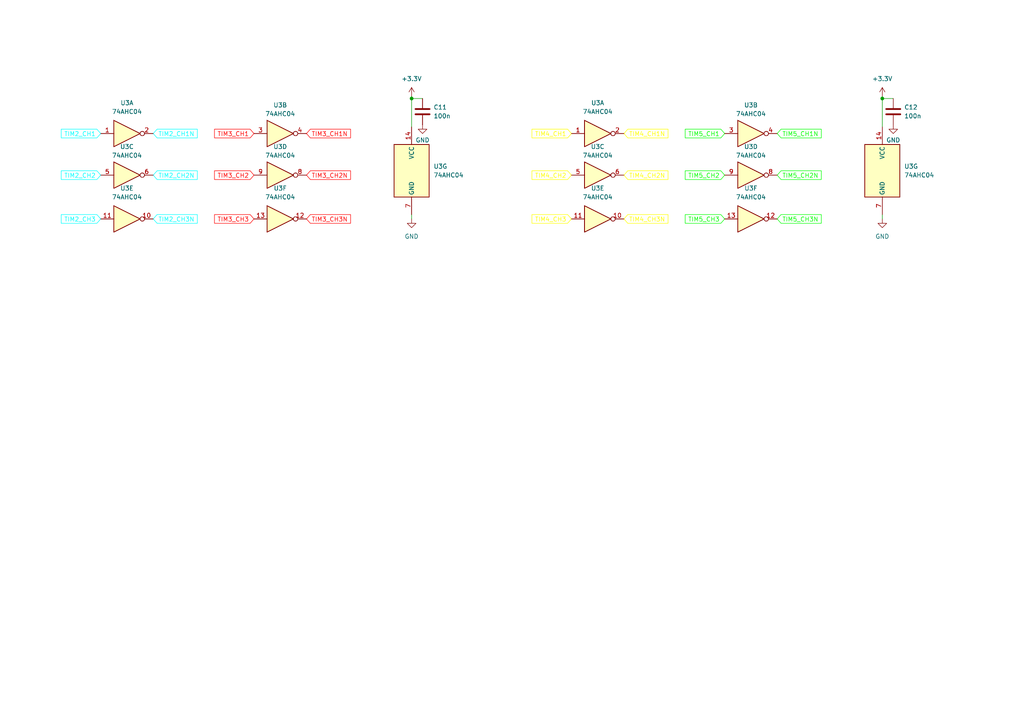
<source format=kicad_sch>
(kicad_sch (version 20230121) (generator eeschema)
  (paper "A4")
  (lib_symbols
    (symbol "74xx:74AHC04"
      (property "Reference" "U" (at 0 1.27 0))
      (property "Value" "74AHC04" (at 0 -1.27 0))
      (symbol "74AHC04_1_0"
        (polyline (pts (xy -3.81 3.81) (xy -3.81 -3.81) (xy 3.81 0) (xy -3.81 3.81)) (stroke (width 0.254)) (fill (type background)))
        (pin input line (at -7.62 0 0) (length 3.81) (name "~") (number "1"))
        (pin output inverted (at 7.62 0 180) (length 3.81) (name "~") (number "2"))
      )
      (symbol "74AHC04_2_0"
        (polyline (pts (xy -3.81 3.81) (xy -3.81 -3.81) (xy 3.81 0) (xy -3.81 3.81)) (stroke (width 0.254)) (fill (type background)))
        (pin input line (at -7.62 0 0) (length 3.81) (name "~") (number "3"))
        (pin output inverted (at 7.62 0 180) (length 3.81) (name "~") (number "4"))
      )
      (symbol "74AHC04_3_0"
        (polyline (pts (xy -3.81 3.81) (xy -3.81 -3.81) (xy 3.81 0) (xy -3.81 3.81)) (stroke (width 0.254)) (fill (type background)))
        (pin input line (at -7.62 0 0) (length 3.81) (name "~") (number "5"))
        (pin output inverted (at 7.62 0 180) (length 3.81) (name "~") (number "6"))
      )
      (symbol "74AHC04_4_0"
        (polyline (pts (xy -3.81 3.81) (xy -3.81 -3.81) (xy 3.81 0) (xy -3.81 3.81)) (stroke (width 0.254)) (fill (type background)))
        (pin output inverted (at 7.62 0 180) (length 3.81) (name "~") (number "8"))
        (pin input line (at -7.62 0 0) (length 3.81) (name "~") (number "9"))
      )
      (symbol "74AHC04_5_0"
        (polyline (pts (xy -3.81 3.81) (xy -3.81 -3.81) (xy 3.81 0) (xy -3.81 3.81)) (stroke (width 0.254)) (fill (type background)))
        (pin output inverted (at 7.62 0 180) (length 3.81) (name "~") (number "10"))
        (pin input line (at -7.62 0 0) (length 3.81) (name "~") (number "11"))
      )
      (symbol "74AHC04_6_0"
        (polyline (pts (xy -3.81 3.81) (xy -3.81 -3.81) (xy 3.81 0) (xy -3.81 3.81)) (stroke (width 0.254)) (fill (type background)))
        (pin output inverted (at 7.62 0 180) (length 3.81) (name "~") (number "12"))
        (pin input line (at -7.62 0 0) (length 3.81) (name "~") (number "13"))
      )
      (symbol "74AHC04_7_0"
        (pin power_in line (at 0 12.7 270) (length 5.08) (name "VCC") (number "14"))
        (pin power_in line (at 0 -12.7 90) (length 5.08) (name "GND") (number "7"))
      )
      (symbol "74AHC04_7_1"
        (rectangle (start -5.08 7.62) (end 5.08 -7.62) (stroke (width 0.254)) (fill (type background)))
      )
    )
    (symbol "Device:C" (pin_numbers hide) (pin_names (offset 0.254))
      (property "Reference" "C" (at 0.635 2.54 0))
      (property "Value" "C" (at 0.635 -2.54 0))
      (symbol "C_0_1"
        (polyline (pts (xy -2.032 -0.762) (xy 2.032 -0.762)) (stroke (width 0.508)))
        (polyline (pts (xy -2.032 0.762) (xy 2.032 0.762)) (stroke (width 0.508)))
      )
      (symbol "C_1_1"
        (pin passive line (at 0 3.81 270) (length 2.794) (name "~") (number "1"))
        (pin passive line (at 0 -3.81 90) (length 2.794) (name "~") (number "2"))
      )
    )
    (symbol "power:+3.3V" (power) (pin_names (offset 0))
      (property "Value" "+3.3V" (at 0 3.556 0))
      (symbol "+3.3V_0_1"
        (polyline (pts (xy -0.762 1.27) (xy 0 2.54)))
        (polyline (pts (xy 0 0) (xy 0 2.54)))
        (polyline (pts (xy 0 2.54) (xy 0.762 1.27)))
      )
      (symbol "+3.3V_1_1"
        (pin power_in line (at 0 0 90) (length 0) hide (name "+3.3V") (number "1"))
      )
    )
    (symbol "power:GND" (power) (pin_names (offset 0))
      (property "Value" "GND" (at 0 -3.81 0))
      (symbol "GND_0_1"
        (polyline (pts (xy 0 0) (xy 0 -1.27) (xy 1.27 -1.27) (xy 0 -2.54) (xy -1.27 -1.27) (xy 0 -1.27)))
      )
      (symbol "GND_1_1"
        (pin power_in line (at 0 0 270) (length 0) hide (name "GND") (number "1"))
      )
    )
  )
  (junction (at 255.905 28.575))
  (junction (at 119.38 28.575))
  (wire (pts (xy 255.905 63.5) (xy 255.905 62.23)))
  (wire (pts (xy 255.905 28.575) (xy 255.905 36.83)))
  (wire (pts (xy 119.38 27.94) (xy 119.38 28.575)))
  (wire (pts (xy 119.38 28.575) (xy 122.555 28.575)))
  (wire (pts (xy 255.905 27.94) (xy 255.905 28.575)))
  (wire (pts (xy 119.38 28.575) (xy 119.38 36.83)))
  (wire (pts (xy 119.38 63.5) (xy 119.38 62.23)))
  (wire (pts (xy 255.905 28.575) (xy 259.08 28.575)))
  (global_label "TIM3_CH3N" (shape input) (at 88.9 63.5 0) (property "Intersheetrefs" "${INTERSHEET_REFS}" (effects hide)))
  (global_label "TIM3_CH3" (shape input) (at 73.66 63.5 180) (property "Intersheetrefs" "${INTERSHEET_REFS}" (effects hide)))
  (global_label "TIM2_CH1N" (shape input) (at 44.45 38.735 0) (property "Intersheetrefs" "${INTERSHEET_REFS}" (effects hide)))
  (global_label "TIM3_CH1" (shape input) (at 73.66 38.735 180) (property "Intersheetrefs" "${INTERSHEET_REFS}" (effects hide)))
  (global_label "TIM2_CH3N" (shape input) (at 44.45 63.5 0) (property "Intersheetrefs" "${INTERSHEET_REFS}" (effects hide)))
  (global_label "TIM5_CH1N" (shape input) (at 225.425 38.735 0) (property "Intersheetrefs" "${INTERSHEET_REFS}" (effects hide)))
  (global_label "TIM5_CH2" (shape input) (at 210.185 50.8 180) (property "Intersheetrefs" "${INTERSHEET_REFS}" (effects hide)))
  (global_label "TIM4_CH3N" (shape input) (at 180.975 63.5 0) (property "Intersheetrefs" "${INTERSHEET_REFS}" (effects hide)))
  (global_label "TIM2_CH2N" (shape input) (at 44.45 50.8 0) (property "Intersheetrefs" "${INTERSHEET_REFS}" (effects hide)))
  (global_label "TIM5_CH2N" (shape input) (at 225.425 50.8 0) (property "Intersheetrefs" "${INTERSHEET_REFS}" (effects hide)))
  (global_label "TIM3_CH2N" (shape input) (at 88.9 50.8 0) (property "Intersheetrefs" "${INTERSHEET_REFS}" (effects hide)))
  (global_label "TIM4_CH2N" (shape input) (at 180.975 50.8 0) (property "Intersheetrefs" "${INTERSHEET_REFS}" (effects hide)))
  (global_label "TIM3_CH2" (shape input) (at 73.66 50.8 180) (property "Intersheetrefs" "${INTERSHEET_REFS}" (effects hide)))
  (global_label "TIM5_CH3" (shape input) (at 210.185 63.5 180) (property "Intersheetrefs" "${INTERSHEET_REFS}" (effects hide)))
  (global_label "TIM2_CH2" (shape input) (at 29.21 50.8 180) (property "Intersheetrefs" "${INTERSHEET_REFS}" (effects hide)))
  (global_label "TIM4_CH1" (shape input) (at 165.735 38.735 180) (property "Intersheetrefs" "${INTERSHEET_REFS}" (effects hide)))
  (global_label "TIM4_CH3" (shape input) (at 165.735 63.5 180) (property "Intersheetrefs" "${INTERSHEET_REFS}" (effects hide)))
  (global_label "TIM4_CH2" (shape input) (at 165.735 50.8 180) (property "Intersheetrefs" "${INTERSHEET_REFS}" (effects hide)))
  (global_label "TIM2_CH1" (shape input) (at 29.21 38.735 180) (property "Intersheetrefs" "${INTERSHEET_REFS}" (effects hide)))
  (global_label "TIM2_CH3" (shape input) (at 29.21 63.5 180) (property "Intersheetrefs" "${INTERSHEET_REFS}" (effects hide)))
  (global_label "TIM5_CH1" (shape input) (at 210.185 38.735 180) (property "Intersheetrefs" "${INTERSHEET_REFS}" (effects hide)))
  (global_label "TIM5_CH3N" (shape input) (at 225.425 63.5 0) (property "Intersheetrefs" "${INTERSHEET_REFS}" (effects hide)))
  (global_label "TIM3_CH1N" (shape input) (at 88.9 38.735 0) (property "Intersheetrefs" "${INTERSHEET_REFS}" (effects hide)))
  (global_label "TIM4_CH1N" (shape input) (at 180.975 38.735 0) (property "Intersheetrefs" "${INTERSHEET_REFS}" (effects hide)))
  (symbol (lib_id "power:GND") (at 119.38 63.5 0) (unit 1)
    (property "Reference" "#PWR013" (effects hide))
    (property "Value" "GND" (at 119.38 68.58 0))
  )
  (symbol (lib_id "74xx:74AHC04") (at 217.805 38.735 0) (unit 2)
    (property "Reference" "U3" (at 217.805 30.48 0))
    (property "Value" "74AHC04" (at 217.805 33.02 0))
    (property "Datasheet" "https://assets.nexperia.com/documents/data-sheet/74AHC_AHCT04.pdf" (effects hide))
  )
  (symbol (lib_id "power:GND") (at 122.555 36.195 0) (unit 1)
    (property "Reference" "#PWR012" (effects hide))
    (property "Value" "GND" (at 122.555 40.64 0))
  )
  (symbol (lib_id "74xx:74AHC04") (at 81.28 63.5 0) (unit 6)
    (property "Reference" "U3" (at 81.28 54.61 0))
    (property "Value" "74AHC04" (at 81.28 57.15 0))
    (property "Datasheet" "https://assets.nexperia.com/documents/data-sheet/74AHC_AHCT04.pdf" (effects hide))
    (instances (project "ESC" (path "" (reference "U3") (unit 6)) (path "" (reference "U4") (unit 6))))
  )
  (symbol (lib_id "power:+3.3V") (at 255.905 27.94 0) (unit 1)
    (property "Reference" "#PWR014" (effects hide))
    (property "Value" "+3.3V" (at 255.905 22.86 0))
  )
  (symbol (lib_id "74xx:74AHC04") (at 36.83 50.8 0) (unit 3)
    (property "Reference" "U3" (at 36.83 42.545 0))
    (property "Value" "74AHC04" (at 36.83 45.085 0))
    (property "Datasheet" "https://assets.nexperia.com/documents/data-sheet/74AHC_AHCT04.pdf" (effects hide))
    (instances (project "ESC" (path "" (reference "U3") (unit 3)) (path "" (reference "U4") (unit 3))))
  )
  (symbol (lib_id "74xx:74AHC04") (at 217.805 63.5 0) (unit 6)
    (property "Reference" "U3" (at 217.805 54.61 0))
    (property "Value" "74AHC04" (at 217.805 57.15 0))
    (property "Datasheet" "https://assets.nexperia.com/documents/data-sheet/74AHC_AHCT04.pdf" (effects hide))
  )
  (symbol (lib_id "74xx:74AHC04") (at 173.355 38.735 0) (unit 1)
    (property "Reference" "U3" (at 173.355 29.845 0))
    (property "Value" "74AHC04" (at 173.355 32.385 0))
    (property "Datasheet" "https://assets.nexperia.com/documents/data-sheet/74AHC_AHCT04.pdf" (effects hide))
  )
  (symbol (lib_id "power:GND") (at 255.905 63.5 0) (unit 1)
    (property "Reference" "#PWR016" (effects hide))
    (property "Value" "GND" (at 255.905 68.58 0))
  )
  (symbol (lib_id "power:+3.3V") (at 119.38 27.94 0) (unit 1)
    (property "Reference" "#PWR011" (effects hide))
    (property "Value" "+3.3V" (at 119.38 22.86 0))
  )
  (symbol (lib_id "74xx:74AHC04") (at 36.83 38.735 0) (unit 1)
    (property "Reference" "U3" (at 36.83 29.845 0))
    (property "Value" "74AHC04" (at 36.83 32.385 0))
    (property "Datasheet" "https://assets.nexperia.com/documents/data-sheet/74AHC_AHCT04.pdf" (effects hide))
    (instances (project "ESC" (path "" (reference "U3") (unit 1)) (path "" (reference "U4") (unit 1))))
  )
  (symbol (lib_id "74xx:74AHC04") (at 173.355 50.8 0) (unit 3)
    (property "Reference" "U3" (at 173.355 42.545 0))
    (property "Value" "74AHC04" (at 173.355 45.085 0))
    (property "Datasheet" "https://assets.nexperia.com/documents/data-sheet/74AHC_AHCT04.pdf" (effects hide))
  )
  (symbol (lib_id "74xx:74AHC04") (at 173.355 63.5 0) (unit 5)
    (property "Reference" "U3" (at 173.355 54.61 0))
    (property "Value" "74AHC04" (at 173.355 57.15 0))
    (property "Datasheet" "https://assets.nexperia.com/documents/data-sheet/74AHC_AHCT04.pdf" (effects hide))
  )
  (symbol (lib_id "74xx:74AHC04") (at 36.83 63.5 0) (unit 5)
    (property "Reference" "U3" (at 36.83 54.61 0))
    (property "Value" "74AHC04" (at 36.83 57.15 0))
    (property "Datasheet" "https://assets.nexperia.com/documents/data-sheet/74AHC_AHCT04.pdf" (effects hide))
    (instances (project "ESC" (path "" (reference "U3") (unit 5)) (path "" (reference "U4") (unit 5))))
  )
  (symbol (lib_id "Device:C") (at 122.555 32.385 0) (unit 1)
    (property "Reference" "C11" (at 125.73 31.115 0) (effects (justify left)))
    (property "Value" "100n" (at 125.73 33.655 0) (effects (justify left)))
  )
  (symbol (lib_id "Device:C") (at 259.08 32.385 0) (unit 1)
    (property "Reference" "C12" (at 262.255 31.115 0) (effects (justify left)))
    (property "Value" "100n" (at 262.255 33.655 0) (effects (justify left)))
  )
  (symbol (lib_id "74xx:74AHC04") (at 81.28 38.735 0) (unit 2)
    (property "Reference" "U3" (at 81.28 30.48 0))
    (property "Value" "74AHC04" (at 81.28 33.02 0))
    (property "Datasheet" "https://assets.nexperia.com/documents/data-sheet/74AHC_AHCT04.pdf" (effects hide))
    (instances (project "ESC" (path "" (reference "U3") (unit 2)) (path "" (reference "U4") (unit 2))))
  )
  (symbol (lib_id "power:GND") (at 259.08 36.195 0) (unit 1)
    (property "Reference" "#PWR015" (effects hide))
    (property "Value" "GND" (at 259.08 40.64 0))
  )
  (symbol (lib_id "74xx:74AHC04") (at 255.905 49.53 0) (unit 7)
    (property "Reference" "U3" (at 262.255 48.26 0) (effects (justify left)))
    (property "Value" "74AHC04" (at 262.255 50.8 0) (effects (justify left)))
    (property "Datasheet" "https://assets.nexperia.com/documents/data-sheet/74AHC_AHCT04.pdf" (effects hide))
  )
  (symbol (lib_id "74xx:74AHC04") (at 119.38 49.53 0) (unit 7)
    (property "Reference" "U3" (at 125.73 48.26 0) (effects (justify left)))
    (property "Value" "74AHC04" (at 125.73 50.8 0) (effects (justify left)))
    (property "Datasheet" "https://assets.nexperia.com/documents/data-sheet/74AHC_AHCT04.pdf" (effects hide))
    (instances (project "ESC" (path "" (reference "U3") (unit 7)) (path "" (reference "U4") (unit 7))))
  )
  (symbol (lib_id "74xx:74AHC04") (at 81.28 50.8 0) (unit 4)
    (property "Reference" "U3" (at 81.28 42.545 0))
    (property "Value" "74AHC04" (at 81.28 45.085 0))
    (property "Datasheet" "https://assets.nexperia.com/documents/data-sheet/74AHC_AHCT04.pdf" (effects hide))
    (instances (project "ESC" (path "" (reference "U3") (unit 4)) (path "" (reference "U4") (unit 4))))
  )
  (symbol (lib_id "74xx:74AHC04") (at 217.805 50.8 0) (unit 4)
    (property "Reference" "U3" (at 217.805 42.545 0))
    (property "Value" "74AHC04" (at 217.805 45.085 0))
    (property "Datasheet" "https://assets.nexperia.com/documents/data-sheet/74AHC_AHCT04.pdf" (effects hide))
  )
)
</source>
